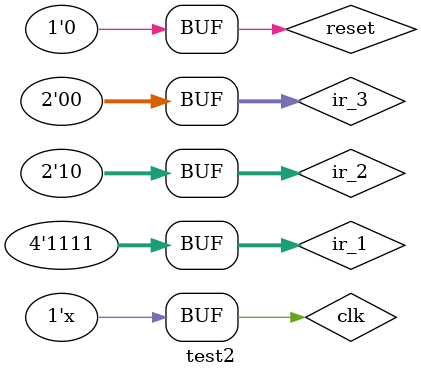
<source format=v>
`timescale 1ns / 1ps


module test2;

	// Inputs
	reg [3:0] ir_1;
	reg [1:0] ir_2;
	reg [1:0] ir_3;
	reg clk;
	reg reset;

	// Outputs
	wire [2:0] aluOp;
	wire memReadWrite;
	wire branch;
	wire regLoad;
	wire [1:0] muxPP;
	wire muxpush;
	wire muxreturn;
	wire intisCond;
	wire intisLoad;

	// Instantiate the Unit Under Test (UUT)
	controller uut (
		.ir_1(ir_1), 
		.ir_2(ir_2), 
		.ir_3(ir_3), 
		.clk(clk), 
		.reset(reset), 
		.aluOp(aluOp), 
		.memReadWrite(memReadWrite), 
		.branch(branch), 
		.regLoad(regLoad), 
		.muxPP(muxPP), 
		.muxpush(muxpush),
		.muxreturn(muxreturn),
		.intisCond(intisCond),
		.intisLoad(intisLoad)
	);

	initial begin
		// Initialize Inputs
		ir_1 = 0;
		ir_2 = 0;
		ir_3 = 0;
		clk = 0;
		reset = 0;

		// Wait 100 ns for global reset to finish
		#80;
		ir_1 = 4'b1111;
		ir_2 = 2'b10;
		ir_3 = 2'b11;
		
		#40
		clk=0;
		#40
		clk=1;
		ir_1 = 4'b1001;
		ir_2 = 2'b00;
		ir_3 = 2'b01;		

		#40
		ir_1 = 4'b0111;
		ir_2 = 2'b10;
		ir_3 = 2'b00;	
		#40

		#40

		ir_1 = 4'b1111;
		ir_2 = 2'b00;
		ir_3 = 2'b10;
		#40 


		ir_1 = 4'b1010;
		ir_2 = 2'b10;
		ir_3 = 2'b00;	
		#40



		ir_1 = 4'b1111;
		ir_2 = 2'b10;
		ir_3 = 2'b00;	
		// Add stimulus here

	end
	always #40 clk = ~clk;
		// Add stimulus here

      
endmodule


</source>
